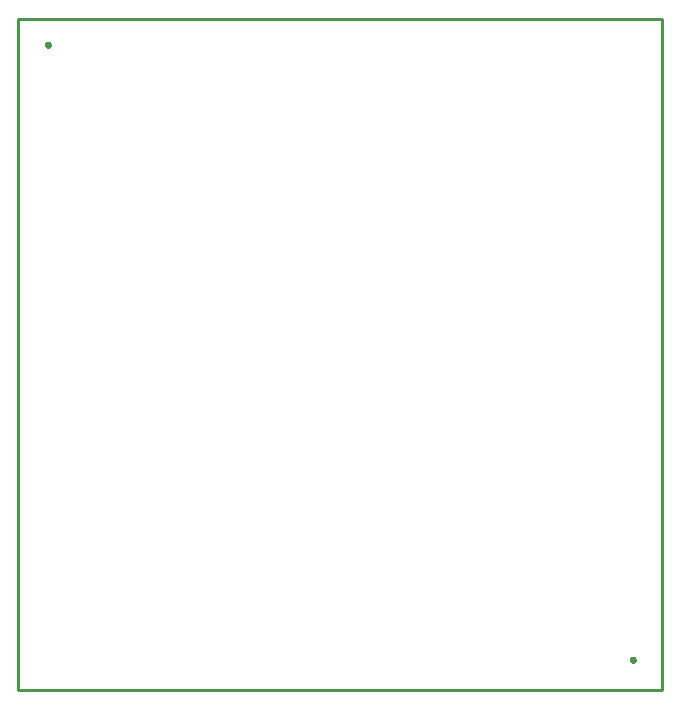
<source format=gbr>
G04 EAGLE Gerber RS-274X export*
G75*
%MOMM*%
%FSLAX34Y34*%
%LPD*%
%IN*%
%IPPOS*%
%AMOC8*
5,1,8,0,0,1.08239X$1,22.5*%
G01*
%ADD10C,0.254000*%


D10*
X0Y0D02*
X545900Y0D01*
X545900Y568200D01*
X0Y568200D01*
X0Y0D01*
X27150Y545928D02*
X27083Y545590D01*
X26951Y545271D01*
X26759Y544984D01*
X26516Y544741D01*
X26229Y544549D01*
X25910Y544417D01*
X25572Y544350D01*
X25228Y544350D01*
X24890Y544417D01*
X24571Y544549D01*
X24284Y544741D01*
X24041Y544984D01*
X23849Y545271D01*
X23717Y545590D01*
X23650Y545928D01*
X23650Y546272D01*
X23717Y546610D01*
X23849Y546929D01*
X24041Y547216D01*
X24284Y547459D01*
X24571Y547651D01*
X24890Y547783D01*
X25228Y547850D01*
X25572Y547850D01*
X25910Y547783D01*
X26229Y547651D01*
X26516Y547459D01*
X26759Y547216D01*
X26951Y546929D01*
X27083Y546610D01*
X27150Y546272D01*
X27150Y545928D01*
X522450Y25228D02*
X522383Y24890D01*
X522251Y24571D01*
X522059Y24284D01*
X521816Y24041D01*
X521529Y23849D01*
X521210Y23717D01*
X520872Y23650D01*
X520528Y23650D01*
X520190Y23717D01*
X519871Y23849D01*
X519584Y24041D01*
X519341Y24284D01*
X519149Y24571D01*
X519017Y24890D01*
X518950Y25228D01*
X518950Y25572D01*
X519017Y25910D01*
X519149Y26229D01*
X519341Y26516D01*
X519584Y26759D01*
X519871Y26951D01*
X520190Y27083D01*
X520528Y27150D01*
X520872Y27150D01*
X521210Y27083D01*
X521529Y26951D01*
X521816Y26759D01*
X522059Y26516D01*
X522251Y26229D01*
X522383Y25910D01*
X522450Y25572D01*
X522450Y25228D01*
M02*

</source>
